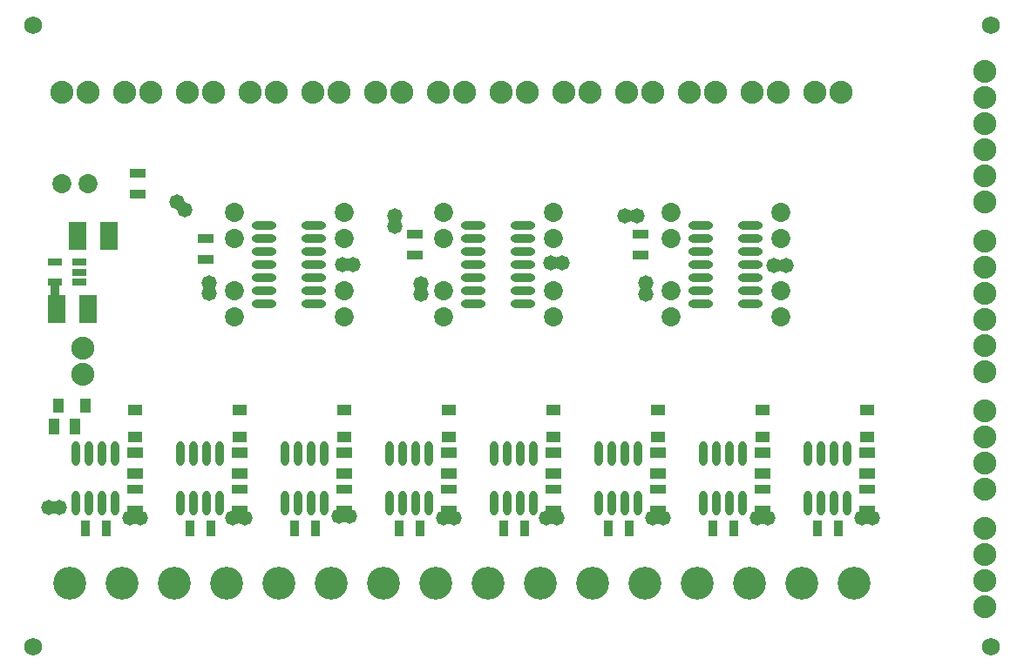
<source format=gts>
G04 Layer_Color=8388736*
%FSLAX25Y25*%
%MOIN*%
G70*
G01*
G75*
%ADD35R,0.05918X0.03556*%
%ADD36O,0.09461X0.03162*%
%ADD37R,0.05524X0.03950*%
%ADD38R,0.06312X0.03950*%
%ADD39O,0.03162X0.09461*%
%ADD40R,0.07099X0.11036*%
%ADD41R,0.03556X0.05918*%
%ADD42R,0.05524X0.02768*%
%ADD43R,0.03950X0.06312*%
%ADD44R,0.03950X0.05524*%
%ADD45R,0.03800X0.07060*%
%ADD46C,0.07300*%
%ADD47C,0.08800*%
%ADD48C,0.12611*%
%ADD49C,0.06800*%
%ADD50C,0.05800*%
D35*
X350500Y376500D02*
D03*
Y384500D02*
D03*
X264000Y376500D02*
D03*
Y384500D02*
D03*
X184000Y375000D02*
D03*
Y383000D02*
D03*
X397000Y287000D02*
D03*
Y279000D02*
D03*
X357000Y287000D02*
D03*
Y279000D02*
D03*
X317000Y287000D02*
D03*
Y279000D02*
D03*
X277000Y287000D02*
D03*
Y279000D02*
D03*
X237000Y287000D02*
D03*
Y279000D02*
D03*
X437000Y287000D02*
D03*
Y279000D02*
D03*
X158000Y400000D02*
D03*
Y408000D02*
D03*
X197000Y287000D02*
D03*
Y279000D02*
D03*
X157000Y287000D02*
D03*
Y279000D02*
D03*
D36*
X392398Y358000D02*
D03*
Y363000D02*
D03*
Y368000D02*
D03*
Y373000D02*
D03*
Y378000D02*
D03*
Y383000D02*
D03*
Y388000D02*
D03*
X373500Y358000D02*
D03*
Y363000D02*
D03*
Y368000D02*
D03*
Y373000D02*
D03*
Y378000D02*
D03*
Y383000D02*
D03*
Y388000D02*
D03*
X305398Y358000D02*
D03*
Y363000D02*
D03*
Y368000D02*
D03*
Y373000D02*
D03*
Y378000D02*
D03*
Y383000D02*
D03*
Y388000D02*
D03*
X286500Y358000D02*
D03*
Y363000D02*
D03*
Y368000D02*
D03*
Y373000D02*
D03*
Y378000D02*
D03*
Y383000D02*
D03*
Y388000D02*
D03*
X225398Y358000D02*
D03*
Y363000D02*
D03*
Y368000D02*
D03*
Y373000D02*
D03*
Y378000D02*
D03*
Y383000D02*
D03*
Y388000D02*
D03*
X206500Y358000D02*
D03*
Y363000D02*
D03*
Y368000D02*
D03*
Y373000D02*
D03*
Y378000D02*
D03*
Y383000D02*
D03*
Y388000D02*
D03*
D37*
X437000Y307000D02*
D03*
X437000Y317236D02*
D03*
X397000Y307000D02*
D03*
X397000Y317236D02*
D03*
X357000Y307000D02*
D03*
X357000Y317236D02*
D03*
X317000Y307000D02*
D03*
X317000Y317236D02*
D03*
X277000Y307000D02*
D03*
X277000Y317236D02*
D03*
X237000Y307000D02*
D03*
X237000Y317236D02*
D03*
X197000Y307000D02*
D03*
X197000Y317236D02*
D03*
X157000Y307000D02*
D03*
X157000Y317236D02*
D03*
D38*
X437000Y301000D02*
D03*
Y293000D02*
D03*
X397000Y301000D02*
D03*
Y293000D02*
D03*
X357000Y301000D02*
D03*
Y293000D02*
D03*
X317000Y301000D02*
D03*
Y293000D02*
D03*
X277000Y301000D02*
D03*
Y293000D02*
D03*
X197000Y301000D02*
D03*
Y293000D02*
D03*
X237000Y301000D02*
D03*
Y293000D02*
D03*
X157000Y301000D02*
D03*
Y293000D02*
D03*
D39*
X429500Y300449D02*
D03*
X424500D02*
D03*
X419500D02*
D03*
X414500D02*
D03*
X429500Y281551D02*
D03*
X424500D02*
D03*
X419500D02*
D03*
X414500D02*
D03*
X389500Y300449D02*
D03*
X384500D02*
D03*
X379500D02*
D03*
X374500D02*
D03*
X389500Y281551D02*
D03*
X384500D02*
D03*
X379500D02*
D03*
X374500D02*
D03*
X349500Y300449D02*
D03*
X344500D02*
D03*
X339500D02*
D03*
X334500D02*
D03*
X349500Y281551D02*
D03*
X344500D02*
D03*
X339500D02*
D03*
X334500D02*
D03*
X309500Y300449D02*
D03*
X304500D02*
D03*
X299500D02*
D03*
X294500D02*
D03*
X309500Y281551D02*
D03*
X304500D02*
D03*
X299500D02*
D03*
X294500D02*
D03*
X269500Y300449D02*
D03*
X264500D02*
D03*
X259500D02*
D03*
X254500D02*
D03*
X269500Y281551D02*
D03*
X264500D02*
D03*
X259500D02*
D03*
X254500D02*
D03*
X229500Y300449D02*
D03*
X224500D02*
D03*
X219500D02*
D03*
X214500D02*
D03*
X229500Y281551D02*
D03*
X224500D02*
D03*
X219500D02*
D03*
X214500D02*
D03*
X189500Y300449D02*
D03*
X184500D02*
D03*
X179500D02*
D03*
X174500D02*
D03*
X189500Y281551D02*
D03*
X184500D02*
D03*
X179500D02*
D03*
X174500D02*
D03*
X149500Y300449D02*
D03*
X144500D02*
D03*
X139500D02*
D03*
X134500D02*
D03*
X149500Y281551D02*
D03*
X144500D02*
D03*
X139500D02*
D03*
X134500D02*
D03*
D40*
X135094Y384000D02*
D03*
X146906D02*
D03*
X138906Y356000D02*
D03*
X127094D02*
D03*
D41*
X418000Y272000D02*
D03*
X426000D02*
D03*
X378000D02*
D03*
X386000D02*
D03*
X338000D02*
D03*
X346000D02*
D03*
X298000D02*
D03*
X306000D02*
D03*
X258000D02*
D03*
X266000D02*
D03*
X218000D02*
D03*
X226000D02*
D03*
X178000D02*
D03*
X186000D02*
D03*
X138000D02*
D03*
X146000D02*
D03*
D42*
X126276Y373740D02*
D03*
X135724D02*
D03*
Y370000D02*
D03*
Y366260D02*
D03*
X126276D02*
D03*
D43*
X134000Y311000D02*
D03*
X126000D02*
D03*
D44*
X138000Y319000D02*
D03*
X127764Y319000D02*
D03*
D45*
X126500Y363130D02*
D03*
D46*
X403949Y383000D02*
D03*
Y393000D02*
D03*
Y363000D02*
D03*
Y353000D02*
D03*
X361949Y363000D02*
D03*
Y353000D02*
D03*
Y383000D02*
D03*
Y393000D02*
D03*
X316949Y383000D02*
D03*
Y393000D02*
D03*
Y363000D02*
D03*
Y353000D02*
D03*
X274949Y363000D02*
D03*
Y353000D02*
D03*
Y383000D02*
D03*
Y393000D02*
D03*
X139000Y404000D02*
D03*
X129000D02*
D03*
X236949Y383000D02*
D03*
Y393000D02*
D03*
Y363000D02*
D03*
Y353000D02*
D03*
X194949Y383000D02*
D03*
Y393000D02*
D03*
Y363000D02*
D03*
Y353000D02*
D03*
D47*
X139000Y439000D02*
D03*
X129000D02*
D03*
X163000D02*
D03*
X153000D02*
D03*
X187000D02*
D03*
X177000D02*
D03*
X211000D02*
D03*
X201000D02*
D03*
X235000D02*
D03*
X225000D02*
D03*
X259000D02*
D03*
X249000D02*
D03*
X283000D02*
D03*
X273000D02*
D03*
X307000D02*
D03*
X297000D02*
D03*
X331000D02*
D03*
X321000D02*
D03*
X355000D02*
D03*
X345000D02*
D03*
X379000D02*
D03*
X369000D02*
D03*
X403000D02*
D03*
X393000D02*
D03*
X427000D02*
D03*
X417000D02*
D03*
X482000Y397000D02*
D03*
Y427000D02*
D03*
Y407000D02*
D03*
Y417000D02*
D03*
Y437000D02*
D03*
Y447000D02*
D03*
Y332000D02*
D03*
Y362000D02*
D03*
Y342000D02*
D03*
Y352000D02*
D03*
Y372000D02*
D03*
Y382000D02*
D03*
X137000Y341000D02*
D03*
Y331000D02*
D03*
X482000Y317000D02*
D03*
Y307000D02*
D03*
Y297000D02*
D03*
Y287000D02*
D03*
Y242000D02*
D03*
Y252000D02*
D03*
Y272000D02*
D03*
Y262000D02*
D03*
D48*
X132000Y251000D02*
D03*
X152000D02*
D03*
X172000D02*
D03*
X192000D02*
D03*
X212000D02*
D03*
X232000D02*
D03*
X252000D02*
D03*
X272000D02*
D03*
X292000D02*
D03*
X312000D02*
D03*
X332000D02*
D03*
X352000D02*
D03*
X372000D02*
D03*
X392000D02*
D03*
X412000D02*
D03*
X432000D02*
D03*
D49*
X484252Y464567D02*
D03*
Y226378D02*
D03*
X118110D02*
D03*
Y464567D02*
D03*
D50*
X236500Y373000D02*
D03*
X185500Y366000D02*
D03*
X176000Y394000D02*
D03*
X256500Y391500D02*
D03*
X266500Y365500D02*
D03*
X316000Y373500D02*
D03*
X344500Y391500D02*
D03*
X349000D02*
D03*
X320500Y373500D02*
D03*
X256500Y387500D02*
D03*
X266500Y361500D02*
D03*
X240500Y373000D02*
D03*
X185500Y362000D02*
D03*
X173000Y397000D02*
D03*
X352500Y366000D02*
D03*
Y361500D02*
D03*
X401500Y372500D02*
D03*
X406000D02*
D03*
X395000Y276000D02*
D03*
X399000D02*
D03*
X355000D02*
D03*
X359000D02*
D03*
X314500D02*
D03*
X318500D02*
D03*
X275000D02*
D03*
X235000Y276500D02*
D03*
X239000D02*
D03*
X194500Y276000D02*
D03*
X199000D02*
D03*
X155000D02*
D03*
X159000D02*
D03*
X128000Y280000D02*
D03*
X124000D02*
D03*
X435000Y276000D02*
D03*
X439000D02*
D03*
X279000D02*
D03*
M02*

</source>
